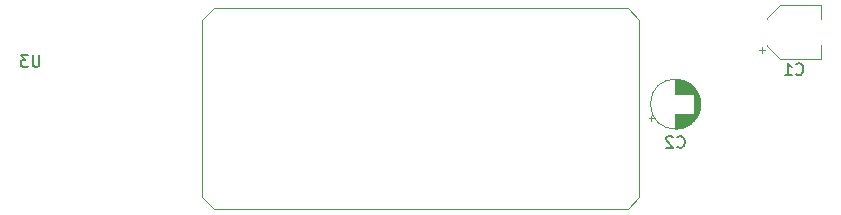
<source format=gbo>
%TF.GenerationSoftware,KiCad,Pcbnew,9.0.2*%
%TF.CreationDate,2025-07-07T16:52:20+05:30*%
%TF.ProjectId,Joystick,4a6f7973-7469-4636-9b2e-6b696361645f,rev?*%
%TF.SameCoordinates,Original*%
%TF.FileFunction,Legend,Bot*%
%TF.FilePolarity,Positive*%
%FSLAX46Y46*%
G04 Gerber Fmt 4.6, Leading zero omitted, Abs format (unit mm)*
G04 Created by KiCad (PCBNEW 9.0.2) date 2025-07-07 16:52:20*
%MOMM*%
%LPD*%
G01*
G04 APERTURE LIST*
%ADD10C,0.150000*%
%ADD11C,0.120000*%
G04 APERTURE END LIST*
D10*
X173966666Y-118559580D02*
X174014285Y-118607200D01*
X174014285Y-118607200D02*
X174157142Y-118654819D01*
X174157142Y-118654819D02*
X174252380Y-118654819D01*
X174252380Y-118654819D02*
X174395237Y-118607200D01*
X174395237Y-118607200D02*
X174490475Y-118511961D01*
X174490475Y-118511961D02*
X174538094Y-118416723D01*
X174538094Y-118416723D02*
X174585713Y-118226247D01*
X174585713Y-118226247D02*
X174585713Y-118083390D01*
X174585713Y-118083390D02*
X174538094Y-117892914D01*
X174538094Y-117892914D02*
X174490475Y-117797676D01*
X174490475Y-117797676D02*
X174395237Y-117702438D01*
X174395237Y-117702438D02*
X174252380Y-117654819D01*
X174252380Y-117654819D02*
X174157142Y-117654819D01*
X174157142Y-117654819D02*
X174014285Y-117702438D01*
X174014285Y-117702438D02*
X173966666Y-117750057D01*
X173014285Y-118654819D02*
X173585713Y-118654819D01*
X173299999Y-118654819D02*
X173299999Y-117654819D01*
X173299999Y-117654819D02*
X173395237Y-117797676D01*
X173395237Y-117797676D02*
X173490475Y-117892914D01*
X173490475Y-117892914D02*
X173585713Y-117940533D01*
X109906904Y-116954819D02*
X109906904Y-117764342D01*
X109906904Y-117764342D02*
X109859285Y-117859580D01*
X109859285Y-117859580D02*
X109811666Y-117907200D01*
X109811666Y-117907200D02*
X109716428Y-117954819D01*
X109716428Y-117954819D02*
X109525952Y-117954819D01*
X109525952Y-117954819D02*
X109430714Y-117907200D01*
X109430714Y-117907200D02*
X109383095Y-117859580D01*
X109383095Y-117859580D02*
X109335476Y-117764342D01*
X109335476Y-117764342D02*
X109335476Y-116954819D01*
X108954523Y-116954819D02*
X108335476Y-116954819D01*
X108335476Y-116954819D02*
X108668809Y-117335771D01*
X108668809Y-117335771D02*
X108525952Y-117335771D01*
X108525952Y-117335771D02*
X108430714Y-117383390D01*
X108430714Y-117383390D02*
X108383095Y-117431009D01*
X108383095Y-117431009D02*
X108335476Y-117526247D01*
X108335476Y-117526247D02*
X108335476Y-117764342D01*
X108335476Y-117764342D02*
X108383095Y-117859580D01*
X108383095Y-117859580D02*
X108430714Y-117907200D01*
X108430714Y-117907200D02*
X108525952Y-117954819D01*
X108525952Y-117954819D02*
X108811666Y-117954819D01*
X108811666Y-117954819D02*
X108906904Y-117907200D01*
X108906904Y-117907200D02*
X108954523Y-117859580D01*
X163916666Y-124709580D02*
X163964285Y-124757200D01*
X163964285Y-124757200D02*
X164107142Y-124804819D01*
X164107142Y-124804819D02*
X164202380Y-124804819D01*
X164202380Y-124804819D02*
X164345237Y-124757200D01*
X164345237Y-124757200D02*
X164440475Y-124661961D01*
X164440475Y-124661961D02*
X164488094Y-124566723D01*
X164488094Y-124566723D02*
X164535713Y-124376247D01*
X164535713Y-124376247D02*
X164535713Y-124233390D01*
X164535713Y-124233390D02*
X164488094Y-124042914D01*
X164488094Y-124042914D02*
X164440475Y-123947676D01*
X164440475Y-123947676D02*
X164345237Y-123852438D01*
X164345237Y-123852438D02*
X164202380Y-123804819D01*
X164202380Y-123804819D02*
X164107142Y-123804819D01*
X164107142Y-123804819D02*
X163964285Y-123852438D01*
X163964285Y-123852438D02*
X163916666Y-123900057D01*
X163535713Y-123900057D02*
X163488094Y-123852438D01*
X163488094Y-123852438D02*
X163392856Y-123804819D01*
X163392856Y-123804819D02*
X163154761Y-123804819D01*
X163154761Y-123804819D02*
X163059523Y-123852438D01*
X163059523Y-123852438D02*
X163011904Y-123900057D01*
X163011904Y-123900057D02*
X162964285Y-123995295D01*
X162964285Y-123995295D02*
X162964285Y-124090533D01*
X162964285Y-124090533D02*
X163011904Y-124233390D01*
X163011904Y-124233390D02*
X163583332Y-124804819D01*
X163583332Y-124804819D02*
X162964285Y-124804819D01*
D11*
%TO.C,C1*%
X170800000Y-116560000D02*
X171300000Y-116560000D01*
X171050000Y-116810000D02*
X171050000Y-116310000D01*
X171540000Y-113804437D02*
X171540000Y-113940000D01*
X171540000Y-113804437D02*
X172604437Y-112740000D01*
X171540000Y-116195563D02*
X171540000Y-116060000D01*
X171540000Y-116195563D02*
X172604437Y-117260000D01*
X172604437Y-112740000D02*
X176060000Y-112740000D01*
X172604437Y-117260000D02*
X176060000Y-117260000D01*
X176060000Y-112740000D02*
X176060000Y-113940000D01*
X176060000Y-117260000D02*
X176060000Y-116060000D01*
%TO.C,U3*%
X123700000Y-114000000D02*
X123700000Y-129000000D01*
X123700000Y-114000000D02*
X124700000Y-113000000D01*
X123700000Y-129000000D02*
X124700000Y-130000000D01*
X124700000Y-113000000D02*
X159700000Y-113000000D01*
X124700000Y-130000000D02*
X159700000Y-130000000D01*
X159700000Y-113000000D02*
X160700000Y-114000000D01*
X160700000Y-114000000D02*
X160700000Y-129000000D01*
X160700000Y-129000000D02*
X159700000Y-130000000D01*
%TO.C,C2*%
X161480199Y-122295000D02*
X161880199Y-122295000D01*
X161680199Y-122495000D02*
X161680199Y-122095000D01*
X163750000Y-120260000D02*
X163750000Y-119020000D01*
X163750000Y-123180000D02*
X163750000Y-121940000D01*
X163790000Y-120260000D02*
X163790000Y-119020000D01*
X163790000Y-123180000D02*
X163790000Y-121940000D01*
X163830000Y-120260000D02*
X163830000Y-119022000D01*
X163830000Y-123178000D02*
X163830000Y-121940000D01*
X163870000Y-120260000D02*
X163870000Y-119023000D01*
X163870000Y-123177000D02*
X163870000Y-121940000D01*
X163910000Y-120260000D02*
X163910000Y-119026000D01*
X163910000Y-123174000D02*
X163910000Y-121940000D01*
X163950000Y-120260000D02*
X163950000Y-119029000D01*
X163950000Y-123171000D02*
X163950000Y-121940000D01*
X163990000Y-120260000D02*
X163990000Y-119034000D01*
X163990000Y-123166000D02*
X163990000Y-121940000D01*
X164030000Y-120260000D02*
X164030000Y-119039000D01*
X164030000Y-123161000D02*
X164030000Y-121940000D01*
X164070000Y-120260000D02*
X164070000Y-119044000D01*
X164070000Y-123156000D02*
X164070000Y-121940000D01*
X164110000Y-120260000D02*
X164110000Y-119051000D01*
X164110000Y-123149000D02*
X164110000Y-121940000D01*
X164150000Y-120260000D02*
X164150000Y-119058000D01*
X164150000Y-123142000D02*
X164150000Y-121940000D01*
X164190000Y-120260000D02*
X164190000Y-119066000D01*
X164190000Y-123134000D02*
X164190000Y-121940000D01*
X164230000Y-120260000D02*
X164230000Y-119075000D01*
X164230000Y-123125000D02*
X164230000Y-121940000D01*
X164270000Y-120260000D02*
X164270000Y-119085000D01*
X164270000Y-123115000D02*
X164270000Y-121940000D01*
X164310000Y-120260000D02*
X164310000Y-119095000D01*
X164310000Y-123105000D02*
X164310000Y-121940000D01*
X164350000Y-120260000D02*
X164350000Y-119107000D01*
X164350000Y-123093000D02*
X164350000Y-121940000D01*
X164390000Y-120260000D02*
X164390000Y-119119000D01*
X164390000Y-123081000D02*
X164390000Y-121940000D01*
X164430000Y-120260000D02*
X164430000Y-119132000D01*
X164430000Y-123068000D02*
X164430000Y-121940000D01*
X164470000Y-120260000D02*
X164470000Y-119146000D01*
X164470000Y-123054000D02*
X164470000Y-121940000D01*
X164510000Y-120260000D02*
X164510000Y-119161000D01*
X164510000Y-123039000D02*
X164510000Y-121940000D01*
X164550000Y-120260000D02*
X164550000Y-119177000D01*
X164550000Y-123023000D02*
X164550000Y-121940000D01*
X164590000Y-120260000D02*
X164590000Y-119194000D01*
X164590000Y-123006000D02*
X164590000Y-121940000D01*
X164630000Y-120260000D02*
X164630000Y-119211000D01*
X164630000Y-122989000D02*
X164630000Y-121940000D01*
X164670000Y-120260000D02*
X164670000Y-119230000D01*
X164670000Y-122970000D02*
X164670000Y-121940000D01*
X164710000Y-120260000D02*
X164710000Y-119250000D01*
X164710000Y-122950000D02*
X164710000Y-121940000D01*
X164750000Y-120260000D02*
X164750000Y-119271000D01*
X164750000Y-122929000D02*
X164750000Y-121940000D01*
X164790000Y-120260000D02*
X164790000Y-119293000D01*
X164790000Y-122907000D02*
X164790000Y-121940000D01*
X164830000Y-120260000D02*
X164830000Y-119316000D01*
X164830000Y-122884000D02*
X164830000Y-121940000D01*
X164870000Y-120260000D02*
X164870000Y-119340000D01*
X164870000Y-122860000D02*
X164870000Y-121940000D01*
X164910000Y-120260000D02*
X164910000Y-119366000D01*
X164910000Y-122834000D02*
X164910000Y-121940000D01*
X164950000Y-120260000D02*
X164950000Y-119392000D01*
X164950000Y-122808000D02*
X164950000Y-121940000D01*
X164990000Y-120260000D02*
X164990000Y-119420000D01*
X164990000Y-122780000D02*
X164990000Y-121940000D01*
X165030000Y-120260000D02*
X165030000Y-119450000D01*
X165030000Y-122750000D02*
X165030000Y-121940000D01*
X165070000Y-120260000D02*
X165070000Y-119481000D01*
X165070000Y-122719000D02*
X165070000Y-121940000D01*
X165110000Y-120260000D02*
X165110000Y-119514000D01*
X165110000Y-122686000D02*
X165110000Y-121940000D01*
X165150000Y-120260000D02*
X165150000Y-119548000D01*
X165150000Y-122652000D02*
X165150000Y-121940000D01*
X165190000Y-120260000D02*
X165190000Y-119584000D01*
X165190000Y-122616000D02*
X165190000Y-121940000D01*
X165230000Y-120260000D02*
X165230000Y-119622000D01*
X165230000Y-122578000D02*
X165230000Y-121940000D01*
X165270000Y-120260000D02*
X165270000Y-119662000D01*
X165270000Y-122538000D02*
X165270000Y-121940000D01*
X165310000Y-120260000D02*
X165310000Y-119704000D01*
X165310000Y-122496000D02*
X165310000Y-121940000D01*
X165350000Y-122451000D02*
X165350000Y-119749000D01*
X165390000Y-122403000D02*
X165390000Y-119797000D01*
X165430000Y-122353000D02*
X165430000Y-119847000D01*
X165470000Y-122299000D02*
X165470000Y-119901000D01*
X165510000Y-122242000D02*
X165510000Y-119958000D01*
X165550000Y-122180000D02*
X165550000Y-120020000D01*
X165590000Y-122113000D02*
X165590000Y-120087000D01*
X165630000Y-122040000D02*
X165630000Y-120160000D01*
X165670000Y-121959000D02*
X165670000Y-120241000D01*
X165710000Y-121868000D02*
X165710000Y-120332000D01*
X165750000Y-121763000D02*
X165750000Y-120437000D01*
X165790000Y-121637000D02*
X165790000Y-120563000D01*
X165830000Y-121470000D02*
X165830000Y-120730000D01*
X165870000Y-121100000D02*
G75*
G02*
X161630000Y-121100000I-2120000J0D01*
G01*
X161630000Y-121100000D02*
G75*
G02*
X165870000Y-121100000I2120000J0D01*
G01*
%TD*%
M02*

</source>
